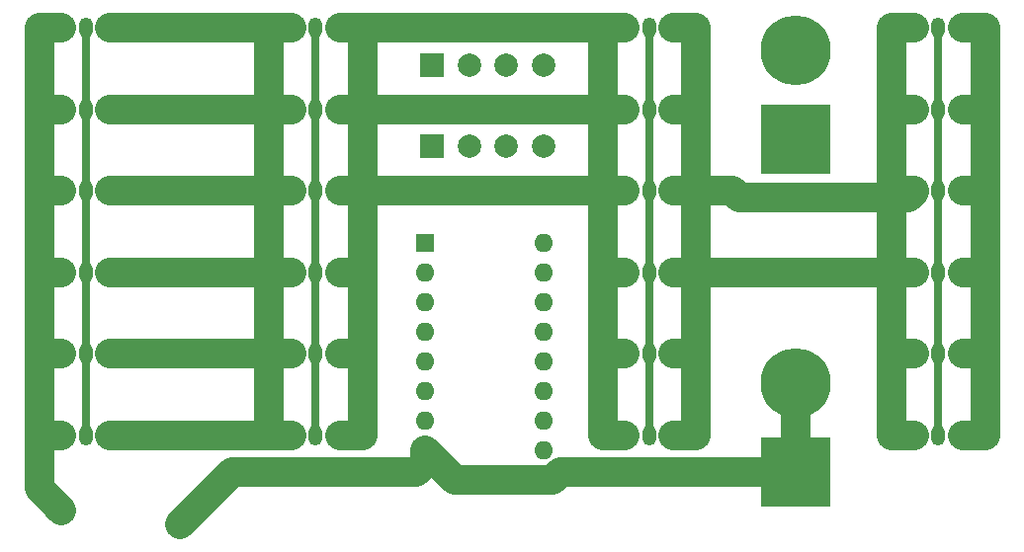
<source format=gbr>
G04 #@! TF.GenerationSoftware,KiCad,Pcbnew,(5.1.5)-3*
G04 #@! TF.CreationDate,2020-07-24T15:51:42-07:00*
G04 #@! TF.ProjectId,DSABATLI1,44534142-4154-44c4-9931-2e6b69636164,rev?*
G04 #@! TF.SameCoordinates,Original*
G04 #@! TF.FileFunction,Copper,L2,Bot*
G04 #@! TF.FilePolarity,Positive*
%FSLAX46Y46*%
G04 Gerber Fmt 4.6, Leading zero omitted, Abs format (unit mm)*
G04 Created by KiCad (PCBNEW (5.1.5)-3) date 2020-07-24 15:51:42*
%MOMM*%
%LPD*%
G04 APERTURE LIST*
%ADD10C,1.998980*%
%ADD11R,1.998980X1.998980*%
%ADD12O,1.600000X1.600000*%
%ADD13R,1.600000X1.600000*%
%ADD14C,2.010000*%
%ADD15C,5.999480*%
%ADD16R,5.999480X5.999480*%
%ADD17O,1.200000X1.750000*%
%ADD18C,0.100000*%
%ADD19C,2.540000*%
%ADD20C,0.635000*%
G04 APERTURE END LIST*
D10*
X155575000Y-95250000D03*
X152400000Y-95250000D03*
X149225000Y-95250000D03*
D11*
X146050000Y-95250000D03*
D10*
X155575000Y-88265000D03*
X152400000Y-88265000D03*
X149225000Y-88265000D03*
D11*
X146050000Y-88265000D03*
D12*
X155575000Y-103505000D03*
X145415000Y-121285000D03*
X155575000Y-106045000D03*
X145415000Y-118745000D03*
X155575000Y-108585000D03*
X145415000Y-116205000D03*
X155575000Y-111125000D03*
X145415000Y-113665000D03*
X155575000Y-113665000D03*
X145415000Y-111125000D03*
X155575000Y-116205000D03*
X145415000Y-108585000D03*
X155575000Y-118745000D03*
X145415000Y-106045000D03*
X155575000Y-121285000D03*
D13*
X145415000Y-103505000D03*
D14*
X114260000Y-126435000D03*
X124460000Y-127635000D03*
D15*
X177165000Y-86995000D03*
D16*
X177165000Y-94615000D03*
D15*
X177165000Y-115570000D03*
D16*
X177165000Y-123190000D03*
D17*
X193420000Y-85090000D03*
X191420000Y-85090000D03*
X189420000Y-85090000D03*
X187420000Y-85090000D03*
G04 #@! TA.AperFunction,ComponentPad*
D18*
G36*
X185794505Y-84216204D02*
G01*
X185818773Y-84219804D01*
X185842572Y-84225765D01*
X185865671Y-84234030D01*
X185887850Y-84244520D01*
X185908893Y-84257132D01*
X185928599Y-84271747D01*
X185946777Y-84288223D01*
X185963253Y-84306401D01*
X185977868Y-84326107D01*
X185990480Y-84347150D01*
X186000970Y-84369329D01*
X186009235Y-84392428D01*
X186015196Y-84416227D01*
X186018796Y-84440495D01*
X186020000Y-84464999D01*
X186020000Y-85715001D01*
X186018796Y-85739505D01*
X186015196Y-85763773D01*
X186009235Y-85787572D01*
X186000970Y-85810671D01*
X185990480Y-85832850D01*
X185977868Y-85853893D01*
X185963253Y-85873599D01*
X185946777Y-85891777D01*
X185928599Y-85908253D01*
X185908893Y-85922868D01*
X185887850Y-85935480D01*
X185865671Y-85945970D01*
X185842572Y-85954235D01*
X185818773Y-85960196D01*
X185794505Y-85963796D01*
X185770001Y-85965000D01*
X185069999Y-85965000D01*
X185045495Y-85963796D01*
X185021227Y-85960196D01*
X184997428Y-85954235D01*
X184974329Y-85945970D01*
X184952150Y-85935480D01*
X184931107Y-85922868D01*
X184911401Y-85908253D01*
X184893223Y-85891777D01*
X184876747Y-85873599D01*
X184862132Y-85853893D01*
X184849520Y-85832850D01*
X184839030Y-85810671D01*
X184830765Y-85787572D01*
X184824804Y-85763773D01*
X184821204Y-85739505D01*
X184820000Y-85715001D01*
X184820000Y-84464999D01*
X184821204Y-84440495D01*
X184824804Y-84416227D01*
X184830765Y-84392428D01*
X184839030Y-84369329D01*
X184849520Y-84347150D01*
X184862132Y-84326107D01*
X184876747Y-84306401D01*
X184893223Y-84288223D01*
X184911401Y-84271747D01*
X184931107Y-84257132D01*
X184952150Y-84244520D01*
X184974329Y-84234030D01*
X184997428Y-84225765D01*
X185021227Y-84219804D01*
X185045495Y-84216204D01*
X185069999Y-84215000D01*
X185770001Y-84215000D01*
X185794505Y-84216204D01*
G37*
G04 #@! TD.AperFunction*
D17*
X193420000Y-92075000D03*
X191420000Y-92075000D03*
X189420000Y-92075000D03*
X187420000Y-92075000D03*
G04 #@! TA.AperFunction,ComponentPad*
D18*
G36*
X185794505Y-91201204D02*
G01*
X185818773Y-91204804D01*
X185842572Y-91210765D01*
X185865671Y-91219030D01*
X185887850Y-91229520D01*
X185908893Y-91242132D01*
X185928599Y-91256747D01*
X185946777Y-91273223D01*
X185963253Y-91291401D01*
X185977868Y-91311107D01*
X185990480Y-91332150D01*
X186000970Y-91354329D01*
X186009235Y-91377428D01*
X186015196Y-91401227D01*
X186018796Y-91425495D01*
X186020000Y-91449999D01*
X186020000Y-92700001D01*
X186018796Y-92724505D01*
X186015196Y-92748773D01*
X186009235Y-92772572D01*
X186000970Y-92795671D01*
X185990480Y-92817850D01*
X185977868Y-92838893D01*
X185963253Y-92858599D01*
X185946777Y-92876777D01*
X185928599Y-92893253D01*
X185908893Y-92907868D01*
X185887850Y-92920480D01*
X185865671Y-92930970D01*
X185842572Y-92939235D01*
X185818773Y-92945196D01*
X185794505Y-92948796D01*
X185770001Y-92950000D01*
X185069999Y-92950000D01*
X185045495Y-92948796D01*
X185021227Y-92945196D01*
X184997428Y-92939235D01*
X184974329Y-92930970D01*
X184952150Y-92920480D01*
X184931107Y-92907868D01*
X184911401Y-92893253D01*
X184893223Y-92876777D01*
X184876747Y-92858599D01*
X184862132Y-92838893D01*
X184849520Y-92817850D01*
X184839030Y-92795671D01*
X184830765Y-92772572D01*
X184824804Y-92748773D01*
X184821204Y-92724505D01*
X184820000Y-92700001D01*
X184820000Y-91449999D01*
X184821204Y-91425495D01*
X184824804Y-91401227D01*
X184830765Y-91377428D01*
X184839030Y-91354329D01*
X184849520Y-91332150D01*
X184862132Y-91311107D01*
X184876747Y-91291401D01*
X184893223Y-91273223D01*
X184911401Y-91256747D01*
X184931107Y-91242132D01*
X184952150Y-91229520D01*
X184974329Y-91219030D01*
X184997428Y-91210765D01*
X185021227Y-91204804D01*
X185045495Y-91201204D01*
X185069999Y-91200000D01*
X185770001Y-91200000D01*
X185794505Y-91201204D01*
G37*
G04 #@! TD.AperFunction*
D17*
X193420000Y-99060000D03*
X191420000Y-99060000D03*
X189420000Y-99060000D03*
X187420000Y-99060000D03*
G04 #@! TA.AperFunction,ComponentPad*
D18*
G36*
X185794505Y-98186204D02*
G01*
X185818773Y-98189804D01*
X185842572Y-98195765D01*
X185865671Y-98204030D01*
X185887850Y-98214520D01*
X185908893Y-98227132D01*
X185928599Y-98241747D01*
X185946777Y-98258223D01*
X185963253Y-98276401D01*
X185977868Y-98296107D01*
X185990480Y-98317150D01*
X186000970Y-98339329D01*
X186009235Y-98362428D01*
X186015196Y-98386227D01*
X186018796Y-98410495D01*
X186020000Y-98434999D01*
X186020000Y-99685001D01*
X186018796Y-99709505D01*
X186015196Y-99733773D01*
X186009235Y-99757572D01*
X186000970Y-99780671D01*
X185990480Y-99802850D01*
X185977868Y-99823893D01*
X185963253Y-99843599D01*
X185946777Y-99861777D01*
X185928599Y-99878253D01*
X185908893Y-99892868D01*
X185887850Y-99905480D01*
X185865671Y-99915970D01*
X185842572Y-99924235D01*
X185818773Y-99930196D01*
X185794505Y-99933796D01*
X185770001Y-99935000D01*
X185069999Y-99935000D01*
X185045495Y-99933796D01*
X185021227Y-99930196D01*
X184997428Y-99924235D01*
X184974329Y-99915970D01*
X184952150Y-99905480D01*
X184931107Y-99892868D01*
X184911401Y-99878253D01*
X184893223Y-99861777D01*
X184876747Y-99843599D01*
X184862132Y-99823893D01*
X184849520Y-99802850D01*
X184839030Y-99780671D01*
X184830765Y-99757572D01*
X184824804Y-99733773D01*
X184821204Y-99709505D01*
X184820000Y-99685001D01*
X184820000Y-98434999D01*
X184821204Y-98410495D01*
X184824804Y-98386227D01*
X184830765Y-98362428D01*
X184839030Y-98339329D01*
X184849520Y-98317150D01*
X184862132Y-98296107D01*
X184876747Y-98276401D01*
X184893223Y-98258223D01*
X184911401Y-98241747D01*
X184931107Y-98227132D01*
X184952150Y-98214520D01*
X184974329Y-98204030D01*
X184997428Y-98195765D01*
X185021227Y-98189804D01*
X185045495Y-98186204D01*
X185069999Y-98185000D01*
X185770001Y-98185000D01*
X185794505Y-98186204D01*
G37*
G04 #@! TD.AperFunction*
D17*
X193420000Y-106045000D03*
X191420000Y-106045000D03*
X189420000Y-106045000D03*
X187420000Y-106045000D03*
G04 #@! TA.AperFunction,ComponentPad*
D18*
G36*
X185794505Y-105171204D02*
G01*
X185818773Y-105174804D01*
X185842572Y-105180765D01*
X185865671Y-105189030D01*
X185887850Y-105199520D01*
X185908893Y-105212132D01*
X185928599Y-105226747D01*
X185946777Y-105243223D01*
X185963253Y-105261401D01*
X185977868Y-105281107D01*
X185990480Y-105302150D01*
X186000970Y-105324329D01*
X186009235Y-105347428D01*
X186015196Y-105371227D01*
X186018796Y-105395495D01*
X186020000Y-105419999D01*
X186020000Y-106670001D01*
X186018796Y-106694505D01*
X186015196Y-106718773D01*
X186009235Y-106742572D01*
X186000970Y-106765671D01*
X185990480Y-106787850D01*
X185977868Y-106808893D01*
X185963253Y-106828599D01*
X185946777Y-106846777D01*
X185928599Y-106863253D01*
X185908893Y-106877868D01*
X185887850Y-106890480D01*
X185865671Y-106900970D01*
X185842572Y-106909235D01*
X185818773Y-106915196D01*
X185794505Y-106918796D01*
X185770001Y-106920000D01*
X185069999Y-106920000D01*
X185045495Y-106918796D01*
X185021227Y-106915196D01*
X184997428Y-106909235D01*
X184974329Y-106900970D01*
X184952150Y-106890480D01*
X184931107Y-106877868D01*
X184911401Y-106863253D01*
X184893223Y-106846777D01*
X184876747Y-106828599D01*
X184862132Y-106808893D01*
X184849520Y-106787850D01*
X184839030Y-106765671D01*
X184830765Y-106742572D01*
X184824804Y-106718773D01*
X184821204Y-106694505D01*
X184820000Y-106670001D01*
X184820000Y-105419999D01*
X184821204Y-105395495D01*
X184824804Y-105371227D01*
X184830765Y-105347428D01*
X184839030Y-105324329D01*
X184849520Y-105302150D01*
X184862132Y-105281107D01*
X184876747Y-105261401D01*
X184893223Y-105243223D01*
X184911401Y-105226747D01*
X184931107Y-105212132D01*
X184952150Y-105199520D01*
X184974329Y-105189030D01*
X184997428Y-105180765D01*
X185021227Y-105174804D01*
X185045495Y-105171204D01*
X185069999Y-105170000D01*
X185770001Y-105170000D01*
X185794505Y-105171204D01*
G37*
G04 #@! TD.AperFunction*
D17*
X193420000Y-113030000D03*
X191420000Y-113030000D03*
X189420000Y-113030000D03*
X187420000Y-113030000D03*
G04 #@! TA.AperFunction,ComponentPad*
D18*
G36*
X185794505Y-112156204D02*
G01*
X185818773Y-112159804D01*
X185842572Y-112165765D01*
X185865671Y-112174030D01*
X185887850Y-112184520D01*
X185908893Y-112197132D01*
X185928599Y-112211747D01*
X185946777Y-112228223D01*
X185963253Y-112246401D01*
X185977868Y-112266107D01*
X185990480Y-112287150D01*
X186000970Y-112309329D01*
X186009235Y-112332428D01*
X186015196Y-112356227D01*
X186018796Y-112380495D01*
X186020000Y-112404999D01*
X186020000Y-113655001D01*
X186018796Y-113679505D01*
X186015196Y-113703773D01*
X186009235Y-113727572D01*
X186000970Y-113750671D01*
X185990480Y-113772850D01*
X185977868Y-113793893D01*
X185963253Y-113813599D01*
X185946777Y-113831777D01*
X185928599Y-113848253D01*
X185908893Y-113862868D01*
X185887850Y-113875480D01*
X185865671Y-113885970D01*
X185842572Y-113894235D01*
X185818773Y-113900196D01*
X185794505Y-113903796D01*
X185770001Y-113905000D01*
X185069999Y-113905000D01*
X185045495Y-113903796D01*
X185021227Y-113900196D01*
X184997428Y-113894235D01*
X184974329Y-113885970D01*
X184952150Y-113875480D01*
X184931107Y-113862868D01*
X184911401Y-113848253D01*
X184893223Y-113831777D01*
X184876747Y-113813599D01*
X184862132Y-113793893D01*
X184849520Y-113772850D01*
X184839030Y-113750671D01*
X184830765Y-113727572D01*
X184824804Y-113703773D01*
X184821204Y-113679505D01*
X184820000Y-113655001D01*
X184820000Y-112404999D01*
X184821204Y-112380495D01*
X184824804Y-112356227D01*
X184830765Y-112332428D01*
X184839030Y-112309329D01*
X184849520Y-112287150D01*
X184862132Y-112266107D01*
X184876747Y-112246401D01*
X184893223Y-112228223D01*
X184911401Y-112211747D01*
X184931107Y-112197132D01*
X184952150Y-112184520D01*
X184974329Y-112174030D01*
X184997428Y-112165765D01*
X185021227Y-112159804D01*
X185045495Y-112156204D01*
X185069999Y-112155000D01*
X185770001Y-112155000D01*
X185794505Y-112156204D01*
G37*
G04 #@! TD.AperFunction*
D17*
X193420000Y-120015000D03*
X191420000Y-120015000D03*
X189420000Y-120015000D03*
X187420000Y-120015000D03*
G04 #@! TA.AperFunction,ComponentPad*
D18*
G36*
X185794505Y-119141204D02*
G01*
X185818773Y-119144804D01*
X185842572Y-119150765D01*
X185865671Y-119159030D01*
X185887850Y-119169520D01*
X185908893Y-119182132D01*
X185928599Y-119196747D01*
X185946777Y-119213223D01*
X185963253Y-119231401D01*
X185977868Y-119251107D01*
X185990480Y-119272150D01*
X186000970Y-119294329D01*
X186009235Y-119317428D01*
X186015196Y-119341227D01*
X186018796Y-119365495D01*
X186020000Y-119389999D01*
X186020000Y-120640001D01*
X186018796Y-120664505D01*
X186015196Y-120688773D01*
X186009235Y-120712572D01*
X186000970Y-120735671D01*
X185990480Y-120757850D01*
X185977868Y-120778893D01*
X185963253Y-120798599D01*
X185946777Y-120816777D01*
X185928599Y-120833253D01*
X185908893Y-120847868D01*
X185887850Y-120860480D01*
X185865671Y-120870970D01*
X185842572Y-120879235D01*
X185818773Y-120885196D01*
X185794505Y-120888796D01*
X185770001Y-120890000D01*
X185069999Y-120890000D01*
X185045495Y-120888796D01*
X185021227Y-120885196D01*
X184997428Y-120879235D01*
X184974329Y-120870970D01*
X184952150Y-120860480D01*
X184931107Y-120847868D01*
X184911401Y-120833253D01*
X184893223Y-120816777D01*
X184876747Y-120798599D01*
X184862132Y-120778893D01*
X184849520Y-120757850D01*
X184839030Y-120735671D01*
X184830765Y-120712572D01*
X184824804Y-120688773D01*
X184821204Y-120664505D01*
X184820000Y-120640001D01*
X184820000Y-119389999D01*
X184821204Y-119365495D01*
X184824804Y-119341227D01*
X184830765Y-119317428D01*
X184839030Y-119294329D01*
X184849520Y-119272150D01*
X184862132Y-119251107D01*
X184876747Y-119231401D01*
X184893223Y-119213223D01*
X184911401Y-119196747D01*
X184931107Y-119182132D01*
X184952150Y-119169520D01*
X184974329Y-119159030D01*
X184997428Y-119150765D01*
X185021227Y-119144804D01*
X185045495Y-119141204D01*
X185069999Y-119140000D01*
X185770001Y-119140000D01*
X185794505Y-119141204D01*
G37*
G04 #@! TD.AperFunction*
D17*
X168655000Y-85090000D03*
X166655000Y-85090000D03*
X164655000Y-85090000D03*
X162655000Y-85090000D03*
G04 #@! TA.AperFunction,ComponentPad*
D18*
G36*
X161029505Y-84216204D02*
G01*
X161053773Y-84219804D01*
X161077572Y-84225765D01*
X161100671Y-84234030D01*
X161122850Y-84244520D01*
X161143893Y-84257132D01*
X161163599Y-84271747D01*
X161181777Y-84288223D01*
X161198253Y-84306401D01*
X161212868Y-84326107D01*
X161225480Y-84347150D01*
X161235970Y-84369329D01*
X161244235Y-84392428D01*
X161250196Y-84416227D01*
X161253796Y-84440495D01*
X161255000Y-84464999D01*
X161255000Y-85715001D01*
X161253796Y-85739505D01*
X161250196Y-85763773D01*
X161244235Y-85787572D01*
X161235970Y-85810671D01*
X161225480Y-85832850D01*
X161212868Y-85853893D01*
X161198253Y-85873599D01*
X161181777Y-85891777D01*
X161163599Y-85908253D01*
X161143893Y-85922868D01*
X161122850Y-85935480D01*
X161100671Y-85945970D01*
X161077572Y-85954235D01*
X161053773Y-85960196D01*
X161029505Y-85963796D01*
X161005001Y-85965000D01*
X160304999Y-85965000D01*
X160280495Y-85963796D01*
X160256227Y-85960196D01*
X160232428Y-85954235D01*
X160209329Y-85945970D01*
X160187150Y-85935480D01*
X160166107Y-85922868D01*
X160146401Y-85908253D01*
X160128223Y-85891777D01*
X160111747Y-85873599D01*
X160097132Y-85853893D01*
X160084520Y-85832850D01*
X160074030Y-85810671D01*
X160065765Y-85787572D01*
X160059804Y-85763773D01*
X160056204Y-85739505D01*
X160055000Y-85715001D01*
X160055000Y-84464999D01*
X160056204Y-84440495D01*
X160059804Y-84416227D01*
X160065765Y-84392428D01*
X160074030Y-84369329D01*
X160084520Y-84347150D01*
X160097132Y-84326107D01*
X160111747Y-84306401D01*
X160128223Y-84288223D01*
X160146401Y-84271747D01*
X160166107Y-84257132D01*
X160187150Y-84244520D01*
X160209329Y-84234030D01*
X160232428Y-84225765D01*
X160256227Y-84219804D01*
X160280495Y-84216204D01*
X160304999Y-84215000D01*
X161005001Y-84215000D01*
X161029505Y-84216204D01*
G37*
G04 #@! TD.AperFunction*
D17*
X168655000Y-92075000D03*
X166655000Y-92075000D03*
X164655000Y-92075000D03*
X162655000Y-92075000D03*
G04 #@! TA.AperFunction,ComponentPad*
D18*
G36*
X161029505Y-91201204D02*
G01*
X161053773Y-91204804D01*
X161077572Y-91210765D01*
X161100671Y-91219030D01*
X161122850Y-91229520D01*
X161143893Y-91242132D01*
X161163599Y-91256747D01*
X161181777Y-91273223D01*
X161198253Y-91291401D01*
X161212868Y-91311107D01*
X161225480Y-91332150D01*
X161235970Y-91354329D01*
X161244235Y-91377428D01*
X161250196Y-91401227D01*
X161253796Y-91425495D01*
X161255000Y-91449999D01*
X161255000Y-92700001D01*
X161253796Y-92724505D01*
X161250196Y-92748773D01*
X161244235Y-92772572D01*
X161235970Y-92795671D01*
X161225480Y-92817850D01*
X161212868Y-92838893D01*
X161198253Y-92858599D01*
X161181777Y-92876777D01*
X161163599Y-92893253D01*
X161143893Y-92907868D01*
X161122850Y-92920480D01*
X161100671Y-92930970D01*
X161077572Y-92939235D01*
X161053773Y-92945196D01*
X161029505Y-92948796D01*
X161005001Y-92950000D01*
X160304999Y-92950000D01*
X160280495Y-92948796D01*
X160256227Y-92945196D01*
X160232428Y-92939235D01*
X160209329Y-92930970D01*
X160187150Y-92920480D01*
X160166107Y-92907868D01*
X160146401Y-92893253D01*
X160128223Y-92876777D01*
X160111747Y-92858599D01*
X160097132Y-92838893D01*
X160084520Y-92817850D01*
X160074030Y-92795671D01*
X160065765Y-92772572D01*
X160059804Y-92748773D01*
X160056204Y-92724505D01*
X160055000Y-92700001D01*
X160055000Y-91449999D01*
X160056204Y-91425495D01*
X160059804Y-91401227D01*
X160065765Y-91377428D01*
X160074030Y-91354329D01*
X160084520Y-91332150D01*
X160097132Y-91311107D01*
X160111747Y-91291401D01*
X160128223Y-91273223D01*
X160146401Y-91256747D01*
X160166107Y-91242132D01*
X160187150Y-91229520D01*
X160209329Y-91219030D01*
X160232428Y-91210765D01*
X160256227Y-91204804D01*
X160280495Y-91201204D01*
X160304999Y-91200000D01*
X161005001Y-91200000D01*
X161029505Y-91201204D01*
G37*
G04 #@! TD.AperFunction*
D17*
X168655000Y-99060000D03*
X166655000Y-99060000D03*
X164655000Y-99060000D03*
X162655000Y-99060000D03*
G04 #@! TA.AperFunction,ComponentPad*
D18*
G36*
X161029505Y-98186204D02*
G01*
X161053773Y-98189804D01*
X161077572Y-98195765D01*
X161100671Y-98204030D01*
X161122850Y-98214520D01*
X161143893Y-98227132D01*
X161163599Y-98241747D01*
X161181777Y-98258223D01*
X161198253Y-98276401D01*
X161212868Y-98296107D01*
X161225480Y-98317150D01*
X161235970Y-98339329D01*
X161244235Y-98362428D01*
X161250196Y-98386227D01*
X161253796Y-98410495D01*
X161255000Y-98434999D01*
X161255000Y-99685001D01*
X161253796Y-99709505D01*
X161250196Y-99733773D01*
X161244235Y-99757572D01*
X161235970Y-99780671D01*
X161225480Y-99802850D01*
X161212868Y-99823893D01*
X161198253Y-99843599D01*
X161181777Y-99861777D01*
X161163599Y-99878253D01*
X161143893Y-99892868D01*
X161122850Y-99905480D01*
X161100671Y-99915970D01*
X161077572Y-99924235D01*
X161053773Y-99930196D01*
X161029505Y-99933796D01*
X161005001Y-99935000D01*
X160304999Y-99935000D01*
X160280495Y-99933796D01*
X160256227Y-99930196D01*
X160232428Y-99924235D01*
X160209329Y-99915970D01*
X160187150Y-99905480D01*
X160166107Y-99892868D01*
X160146401Y-99878253D01*
X160128223Y-99861777D01*
X160111747Y-99843599D01*
X160097132Y-99823893D01*
X160084520Y-99802850D01*
X160074030Y-99780671D01*
X160065765Y-99757572D01*
X160059804Y-99733773D01*
X160056204Y-99709505D01*
X160055000Y-99685001D01*
X160055000Y-98434999D01*
X160056204Y-98410495D01*
X160059804Y-98386227D01*
X160065765Y-98362428D01*
X160074030Y-98339329D01*
X160084520Y-98317150D01*
X160097132Y-98296107D01*
X160111747Y-98276401D01*
X160128223Y-98258223D01*
X160146401Y-98241747D01*
X160166107Y-98227132D01*
X160187150Y-98214520D01*
X160209329Y-98204030D01*
X160232428Y-98195765D01*
X160256227Y-98189804D01*
X160280495Y-98186204D01*
X160304999Y-98185000D01*
X161005001Y-98185000D01*
X161029505Y-98186204D01*
G37*
G04 #@! TD.AperFunction*
D17*
X168655000Y-106045000D03*
X166655000Y-106045000D03*
X164655000Y-106045000D03*
X162655000Y-106045000D03*
G04 #@! TA.AperFunction,ComponentPad*
D18*
G36*
X161029505Y-105171204D02*
G01*
X161053773Y-105174804D01*
X161077572Y-105180765D01*
X161100671Y-105189030D01*
X161122850Y-105199520D01*
X161143893Y-105212132D01*
X161163599Y-105226747D01*
X161181777Y-105243223D01*
X161198253Y-105261401D01*
X161212868Y-105281107D01*
X161225480Y-105302150D01*
X161235970Y-105324329D01*
X161244235Y-105347428D01*
X161250196Y-105371227D01*
X161253796Y-105395495D01*
X161255000Y-105419999D01*
X161255000Y-106670001D01*
X161253796Y-106694505D01*
X161250196Y-106718773D01*
X161244235Y-106742572D01*
X161235970Y-106765671D01*
X161225480Y-106787850D01*
X161212868Y-106808893D01*
X161198253Y-106828599D01*
X161181777Y-106846777D01*
X161163599Y-106863253D01*
X161143893Y-106877868D01*
X161122850Y-106890480D01*
X161100671Y-106900970D01*
X161077572Y-106909235D01*
X161053773Y-106915196D01*
X161029505Y-106918796D01*
X161005001Y-106920000D01*
X160304999Y-106920000D01*
X160280495Y-106918796D01*
X160256227Y-106915196D01*
X160232428Y-106909235D01*
X160209329Y-106900970D01*
X160187150Y-106890480D01*
X160166107Y-106877868D01*
X160146401Y-106863253D01*
X160128223Y-106846777D01*
X160111747Y-106828599D01*
X160097132Y-106808893D01*
X160084520Y-106787850D01*
X160074030Y-106765671D01*
X160065765Y-106742572D01*
X160059804Y-106718773D01*
X160056204Y-106694505D01*
X160055000Y-106670001D01*
X160055000Y-105419999D01*
X160056204Y-105395495D01*
X160059804Y-105371227D01*
X160065765Y-105347428D01*
X160074030Y-105324329D01*
X160084520Y-105302150D01*
X160097132Y-105281107D01*
X160111747Y-105261401D01*
X160128223Y-105243223D01*
X160146401Y-105226747D01*
X160166107Y-105212132D01*
X160187150Y-105199520D01*
X160209329Y-105189030D01*
X160232428Y-105180765D01*
X160256227Y-105174804D01*
X160280495Y-105171204D01*
X160304999Y-105170000D01*
X161005001Y-105170000D01*
X161029505Y-105171204D01*
G37*
G04 #@! TD.AperFunction*
D17*
X168655000Y-113030000D03*
X166655000Y-113030000D03*
X164655000Y-113030000D03*
X162655000Y-113030000D03*
G04 #@! TA.AperFunction,ComponentPad*
D18*
G36*
X161029505Y-112156204D02*
G01*
X161053773Y-112159804D01*
X161077572Y-112165765D01*
X161100671Y-112174030D01*
X161122850Y-112184520D01*
X161143893Y-112197132D01*
X161163599Y-112211747D01*
X161181777Y-112228223D01*
X161198253Y-112246401D01*
X161212868Y-112266107D01*
X161225480Y-112287150D01*
X161235970Y-112309329D01*
X161244235Y-112332428D01*
X161250196Y-112356227D01*
X161253796Y-112380495D01*
X161255000Y-112404999D01*
X161255000Y-113655001D01*
X161253796Y-113679505D01*
X161250196Y-113703773D01*
X161244235Y-113727572D01*
X161235970Y-113750671D01*
X161225480Y-113772850D01*
X161212868Y-113793893D01*
X161198253Y-113813599D01*
X161181777Y-113831777D01*
X161163599Y-113848253D01*
X161143893Y-113862868D01*
X161122850Y-113875480D01*
X161100671Y-113885970D01*
X161077572Y-113894235D01*
X161053773Y-113900196D01*
X161029505Y-113903796D01*
X161005001Y-113905000D01*
X160304999Y-113905000D01*
X160280495Y-113903796D01*
X160256227Y-113900196D01*
X160232428Y-113894235D01*
X160209329Y-113885970D01*
X160187150Y-113875480D01*
X160166107Y-113862868D01*
X160146401Y-113848253D01*
X160128223Y-113831777D01*
X160111747Y-113813599D01*
X160097132Y-113793893D01*
X160084520Y-113772850D01*
X160074030Y-113750671D01*
X160065765Y-113727572D01*
X160059804Y-113703773D01*
X160056204Y-113679505D01*
X160055000Y-113655001D01*
X160055000Y-112404999D01*
X160056204Y-112380495D01*
X160059804Y-112356227D01*
X160065765Y-112332428D01*
X160074030Y-112309329D01*
X160084520Y-112287150D01*
X160097132Y-112266107D01*
X160111747Y-112246401D01*
X160128223Y-112228223D01*
X160146401Y-112211747D01*
X160166107Y-112197132D01*
X160187150Y-112184520D01*
X160209329Y-112174030D01*
X160232428Y-112165765D01*
X160256227Y-112159804D01*
X160280495Y-112156204D01*
X160304999Y-112155000D01*
X161005001Y-112155000D01*
X161029505Y-112156204D01*
G37*
G04 #@! TD.AperFunction*
D17*
X168655000Y-120015000D03*
X166655000Y-120015000D03*
X164655000Y-120015000D03*
X162655000Y-120015000D03*
G04 #@! TA.AperFunction,ComponentPad*
D18*
G36*
X161029505Y-119141204D02*
G01*
X161053773Y-119144804D01*
X161077572Y-119150765D01*
X161100671Y-119159030D01*
X161122850Y-119169520D01*
X161143893Y-119182132D01*
X161163599Y-119196747D01*
X161181777Y-119213223D01*
X161198253Y-119231401D01*
X161212868Y-119251107D01*
X161225480Y-119272150D01*
X161235970Y-119294329D01*
X161244235Y-119317428D01*
X161250196Y-119341227D01*
X161253796Y-119365495D01*
X161255000Y-119389999D01*
X161255000Y-120640001D01*
X161253796Y-120664505D01*
X161250196Y-120688773D01*
X161244235Y-120712572D01*
X161235970Y-120735671D01*
X161225480Y-120757850D01*
X161212868Y-120778893D01*
X161198253Y-120798599D01*
X161181777Y-120816777D01*
X161163599Y-120833253D01*
X161143893Y-120847868D01*
X161122850Y-120860480D01*
X161100671Y-120870970D01*
X161077572Y-120879235D01*
X161053773Y-120885196D01*
X161029505Y-120888796D01*
X161005001Y-120890000D01*
X160304999Y-120890000D01*
X160280495Y-120888796D01*
X160256227Y-120885196D01*
X160232428Y-120879235D01*
X160209329Y-120870970D01*
X160187150Y-120860480D01*
X160166107Y-120847868D01*
X160146401Y-120833253D01*
X160128223Y-120816777D01*
X160111747Y-120798599D01*
X160097132Y-120778893D01*
X160084520Y-120757850D01*
X160074030Y-120735671D01*
X160065765Y-120712572D01*
X160059804Y-120688773D01*
X160056204Y-120664505D01*
X160055000Y-120640001D01*
X160055000Y-119389999D01*
X160056204Y-119365495D01*
X160059804Y-119341227D01*
X160065765Y-119317428D01*
X160074030Y-119294329D01*
X160084520Y-119272150D01*
X160097132Y-119251107D01*
X160111747Y-119231401D01*
X160128223Y-119213223D01*
X160146401Y-119196747D01*
X160166107Y-119182132D01*
X160187150Y-119169520D01*
X160209329Y-119159030D01*
X160232428Y-119150765D01*
X160256227Y-119144804D01*
X160280495Y-119141204D01*
X160304999Y-119140000D01*
X161005001Y-119140000D01*
X161029505Y-119141204D01*
G37*
G04 #@! TD.AperFunction*
D17*
X140080000Y-85090000D03*
X138080000Y-85090000D03*
X136080000Y-85090000D03*
X134080000Y-85090000D03*
G04 #@! TA.AperFunction,ComponentPad*
D18*
G36*
X132454505Y-84216204D02*
G01*
X132478773Y-84219804D01*
X132502572Y-84225765D01*
X132525671Y-84234030D01*
X132547850Y-84244520D01*
X132568893Y-84257132D01*
X132588599Y-84271747D01*
X132606777Y-84288223D01*
X132623253Y-84306401D01*
X132637868Y-84326107D01*
X132650480Y-84347150D01*
X132660970Y-84369329D01*
X132669235Y-84392428D01*
X132675196Y-84416227D01*
X132678796Y-84440495D01*
X132680000Y-84464999D01*
X132680000Y-85715001D01*
X132678796Y-85739505D01*
X132675196Y-85763773D01*
X132669235Y-85787572D01*
X132660970Y-85810671D01*
X132650480Y-85832850D01*
X132637868Y-85853893D01*
X132623253Y-85873599D01*
X132606777Y-85891777D01*
X132588599Y-85908253D01*
X132568893Y-85922868D01*
X132547850Y-85935480D01*
X132525671Y-85945970D01*
X132502572Y-85954235D01*
X132478773Y-85960196D01*
X132454505Y-85963796D01*
X132430001Y-85965000D01*
X131729999Y-85965000D01*
X131705495Y-85963796D01*
X131681227Y-85960196D01*
X131657428Y-85954235D01*
X131634329Y-85945970D01*
X131612150Y-85935480D01*
X131591107Y-85922868D01*
X131571401Y-85908253D01*
X131553223Y-85891777D01*
X131536747Y-85873599D01*
X131522132Y-85853893D01*
X131509520Y-85832850D01*
X131499030Y-85810671D01*
X131490765Y-85787572D01*
X131484804Y-85763773D01*
X131481204Y-85739505D01*
X131480000Y-85715001D01*
X131480000Y-84464999D01*
X131481204Y-84440495D01*
X131484804Y-84416227D01*
X131490765Y-84392428D01*
X131499030Y-84369329D01*
X131509520Y-84347150D01*
X131522132Y-84326107D01*
X131536747Y-84306401D01*
X131553223Y-84288223D01*
X131571401Y-84271747D01*
X131591107Y-84257132D01*
X131612150Y-84244520D01*
X131634329Y-84234030D01*
X131657428Y-84225765D01*
X131681227Y-84219804D01*
X131705495Y-84216204D01*
X131729999Y-84215000D01*
X132430001Y-84215000D01*
X132454505Y-84216204D01*
G37*
G04 #@! TD.AperFunction*
D17*
X140080000Y-92075000D03*
X138080000Y-92075000D03*
X136080000Y-92075000D03*
X134080000Y-92075000D03*
G04 #@! TA.AperFunction,ComponentPad*
D18*
G36*
X132454505Y-91201204D02*
G01*
X132478773Y-91204804D01*
X132502572Y-91210765D01*
X132525671Y-91219030D01*
X132547850Y-91229520D01*
X132568893Y-91242132D01*
X132588599Y-91256747D01*
X132606777Y-91273223D01*
X132623253Y-91291401D01*
X132637868Y-91311107D01*
X132650480Y-91332150D01*
X132660970Y-91354329D01*
X132669235Y-91377428D01*
X132675196Y-91401227D01*
X132678796Y-91425495D01*
X132680000Y-91449999D01*
X132680000Y-92700001D01*
X132678796Y-92724505D01*
X132675196Y-92748773D01*
X132669235Y-92772572D01*
X132660970Y-92795671D01*
X132650480Y-92817850D01*
X132637868Y-92838893D01*
X132623253Y-92858599D01*
X132606777Y-92876777D01*
X132588599Y-92893253D01*
X132568893Y-92907868D01*
X132547850Y-92920480D01*
X132525671Y-92930970D01*
X132502572Y-92939235D01*
X132478773Y-92945196D01*
X132454505Y-92948796D01*
X132430001Y-92950000D01*
X131729999Y-92950000D01*
X131705495Y-92948796D01*
X131681227Y-92945196D01*
X131657428Y-92939235D01*
X131634329Y-92930970D01*
X131612150Y-92920480D01*
X131591107Y-92907868D01*
X131571401Y-92893253D01*
X131553223Y-92876777D01*
X131536747Y-92858599D01*
X131522132Y-92838893D01*
X131509520Y-92817850D01*
X131499030Y-92795671D01*
X131490765Y-92772572D01*
X131484804Y-92748773D01*
X131481204Y-92724505D01*
X131480000Y-92700001D01*
X131480000Y-91449999D01*
X131481204Y-91425495D01*
X131484804Y-91401227D01*
X131490765Y-91377428D01*
X131499030Y-91354329D01*
X131509520Y-91332150D01*
X131522132Y-91311107D01*
X131536747Y-91291401D01*
X131553223Y-91273223D01*
X131571401Y-91256747D01*
X131591107Y-91242132D01*
X131612150Y-91229520D01*
X131634329Y-91219030D01*
X131657428Y-91210765D01*
X131681227Y-91204804D01*
X131705495Y-91201204D01*
X131729999Y-91200000D01*
X132430001Y-91200000D01*
X132454505Y-91201204D01*
G37*
G04 #@! TD.AperFunction*
D17*
X140080000Y-99060000D03*
X138080000Y-99060000D03*
X136080000Y-99060000D03*
X134080000Y-99060000D03*
G04 #@! TA.AperFunction,ComponentPad*
D18*
G36*
X132454505Y-98186204D02*
G01*
X132478773Y-98189804D01*
X132502572Y-98195765D01*
X132525671Y-98204030D01*
X132547850Y-98214520D01*
X132568893Y-98227132D01*
X132588599Y-98241747D01*
X132606777Y-98258223D01*
X132623253Y-98276401D01*
X132637868Y-98296107D01*
X132650480Y-98317150D01*
X132660970Y-98339329D01*
X132669235Y-98362428D01*
X132675196Y-98386227D01*
X132678796Y-98410495D01*
X132680000Y-98434999D01*
X132680000Y-99685001D01*
X132678796Y-99709505D01*
X132675196Y-99733773D01*
X132669235Y-99757572D01*
X132660970Y-99780671D01*
X132650480Y-99802850D01*
X132637868Y-99823893D01*
X132623253Y-99843599D01*
X132606777Y-99861777D01*
X132588599Y-99878253D01*
X132568893Y-99892868D01*
X132547850Y-99905480D01*
X132525671Y-99915970D01*
X132502572Y-99924235D01*
X132478773Y-99930196D01*
X132454505Y-99933796D01*
X132430001Y-99935000D01*
X131729999Y-99935000D01*
X131705495Y-99933796D01*
X131681227Y-99930196D01*
X131657428Y-99924235D01*
X131634329Y-99915970D01*
X131612150Y-99905480D01*
X131591107Y-99892868D01*
X131571401Y-99878253D01*
X131553223Y-99861777D01*
X131536747Y-99843599D01*
X131522132Y-99823893D01*
X131509520Y-99802850D01*
X131499030Y-99780671D01*
X131490765Y-99757572D01*
X131484804Y-99733773D01*
X131481204Y-99709505D01*
X131480000Y-99685001D01*
X131480000Y-98434999D01*
X131481204Y-98410495D01*
X131484804Y-98386227D01*
X131490765Y-98362428D01*
X131499030Y-98339329D01*
X131509520Y-98317150D01*
X131522132Y-98296107D01*
X131536747Y-98276401D01*
X131553223Y-98258223D01*
X131571401Y-98241747D01*
X131591107Y-98227132D01*
X131612150Y-98214520D01*
X131634329Y-98204030D01*
X131657428Y-98195765D01*
X131681227Y-98189804D01*
X131705495Y-98186204D01*
X131729999Y-98185000D01*
X132430001Y-98185000D01*
X132454505Y-98186204D01*
G37*
G04 #@! TD.AperFunction*
D17*
X140080000Y-106045000D03*
X138080000Y-106045000D03*
X136080000Y-106045000D03*
X134080000Y-106045000D03*
G04 #@! TA.AperFunction,ComponentPad*
D18*
G36*
X132454505Y-105171204D02*
G01*
X132478773Y-105174804D01*
X132502572Y-105180765D01*
X132525671Y-105189030D01*
X132547850Y-105199520D01*
X132568893Y-105212132D01*
X132588599Y-105226747D01*
X132606777Y-105243223D01*
X132623253Y-105261401D01*
X132637868Y-105281107D01*
X132650480Y-105302150D01*
X132660970Y-105324329D01*
X132669235Y-105347428D01*
X132675196Y-105371227D01*
X132678796Y-105395495D01*
X132680000Y-105419999D01*
X132680000Y-106670001D01*
X132678796Y-106694505D01*
X132675196Y-106718773D01*
X132669235Y-106742572D01*
X132660970Y-106765671D01*
X132650480Y-106787850D01*
X132637868Y-106808893D01*
X132623253Y-106828599D01*
X132606777Y-106846777D01*
X132588599Y-106863253D01*
X132568893Y-106877868D01*
X132547850Y-106890480D01*
X132525671Y-106900970D01*
X132502572Y-106909235D01*
X132478773Y-106915196D01*
X132454505Y-106918796D01*
X132430001Y-106920000D01*
X131729999Y-106920000D01*
X131705495Y-106918796D01*
X131681227Y-106915196D01*
X131657428Y-106909235D01*
X131634329Y-106900970D01*
X131612150Y-106890480D01*
X131591107Y-106877868D01*
X131571401Y-106863253D01*
X131553223Y-106846777D01*
X131536747Y-106828599D01*
X131522132Y-106808893D01*
X131509520Y-106787850D01*
X131499030Y-106765671D01*
X131490765Y-106742572D01*
X131484804Y-106718773D01*
X131481204Y-106694505D01*
X131480000Y-106670001D01*
X131480000Y-105419999D01*
X131481204Y-105395495D01*
X131484804Y-105371227D01*
X131490765Y-105347428D01*
X131499030Y-105324329D01*
X131509520Y-105302150D01*
X131522132Y-105281107D01*
X131536747Y-105261401D01*
X131553223Y-105243223D01*
X131571401Y-105226747D01*
X131591107Y-105212132D01*
X131612150Y-105199520D01*
X131634329Y-105189030D01*
X131657428Y-105180765D01*
X131681227Y-105174804D01*
X131705495Y-105171204D01*
X131729999Y-105170000D01*
X132430001Y-105170000D01*
X132454505Y-105171204D01*
G37*
G04 #@! TD.AperFunction*
D17*
X140080000Y-113030000D03*
X138080000Y-113030000D03*
X136080000Y-113030000D03*
X134080000Y-113030000D03*
G04 #@! TA.AperFunction,ComponentPad*
D18*
G36*
X132454505Y-112156204D02*
G01*
X132478773Y-112159804D01*
X132502572Y-112165765D01*
X132525671Y-112174030D01*
X132547850Y-112184520D01*
X132568893Y-112197132D01*
X132588599Y-112211747D01*
X132606777Y-112228223D01*
X132623253Y-112246401D01*
X132637868Y-112266107D01*
X132650480Y-112287150D01*
X132660970Y-112309329D01*
X132669235Y-112332428D01*
X132675196Y-112356227D01*
X132678796Y-112380495D01*
X132680000Y-112404999D01*
X132680000Y-113655001D01*
X132678796Y-113679505D01*
X132675196Y-113703773D01*
X132669235Y-113727572D01*
X132660970Y-113750671D01*
X132650480Y-113772850D01*
X132637868Y-113793893D01*
X132623253Y-113813599D01*
X132606777Y-113831777D01*
X132588599Y-113848253D01*
X132568893Y-113862868D01*
X132547850Y-113875480D01*
X132525671Y-113885970D01*
X132502572Y-113894235D01*
X132478773Y-113900196D01*
X132454505Y-113903796D01*
X132430001Y-113905000D01*
X131729999Y-113905000D01*
X131705495Y-113903796D01*
X131681227Y-113900196D01*
X131657428Y-113894235D01*
X131634329Y-113885970D01*
X131612150Y-113875480D01*
X131591107Y-113862868D01*
X131571401Y-113848253D01*
X131553223Y-113831777D01*
X131536747Y-113813599D01*
X131522132Y-113793893D01*
X131509520Y-113772850D01*
X131499030Y-113750671D01*
X131490765Y-113727572D01*
X131484804Y-113703773D01*
X131481204Y-113679505D01*
X131480000Y-113655001D01*
X131480000Y-112404999D01*
X131481204Y-112380495D01*
X131484804Y-112356227D01*
X131490765Y-112332428D01*
X131499030Y-112309329D01*
X131509520Y-112287150D01*
X131522132Y-112266107D01*
X131536747Y-112246401D01*
X131553223Y-112228223D01*
X131571401Y-112211747D01*
X131591107Y-112197132D01*
X131612150Y-112184520D01*
X131634329Y-112174030D01*
X131657428Y-112165765D01*
X131681227Y-112159804D01*
X131705495Y-112156204D01*
X131729999Y-112155000D01*
X132430001Y-112155000D01*
X132454505Y-112156204D01*
G37*
G04 #@! TD.AperFunction*
D17*
X140080000Y-120015000D03*
X138080000Y-120015000D03*
X136080000Y-120015000D03*
X134080000Y-120015000D03*
G04 #@! TA.AperFunction,ComponentPad*
D18*
G36*
X132454505Y-119141204D02*
G01*
X132478773Y-119144804D01*
X132502572Y-119150765D01*
X132525671Y-119159030D01*
X132547850Y-119169520D01*
X132568893Y-119182132D01*
X132588599Y-119196747D01*
X132606777Y-119213223D01*
X132623253Y-119231401D01*
X132637868Y-119251107D01*
X132650480Y-119272150D01*
X132660970Y-119294329D01*
X132669235Y-119317428D01*
X132675196Y-119341227D01*
X132678796Y-119365495D01*
X132680000Y-119389999D01*
X132680000Y-120640001D01*
X132678796Y-120664505D01*
X132675196Y-120688773D01*
X132669235Y-120712572D01*
X132660970Y-120735671D01*
X132650480Y-120757850D01*
X132637868Y-120778893D01*
X132623253Y-120798599D01*
X132606777Y-120816777D01*
X132588599Y-120833253D01*
X132568893Y-120847868D01*
X132547850Y-120860480D01*
X132525671Y-120870970D01*
X132502572Y-120879235D01*
X132478773Y-120885196D01*
X132454505Y-120888796D01*
X132430001Y-120890000D01*
X131729999Y-120890000D01*
X131705495Y-120888796D01*
X131681227Y-120885196D01*
X131657428Y-120879235D01*
X131634329Y-120870970D01*
X131612150Y-120860480D01*
X131591107Y-120847868D01*
X131571401Y-120833253D01*
X131553223Y-120816777D01*
X131536747Y-120798599D01*
X131522132Y-120778893D01*
X131509520Y-120757850D01*
X131499030Y-120735671D01*
X131490765Y-120712572D01*
X131484804Y-120688773D01*
X131481204Y-120664505D01*
X131480000Y-120640001D01*
X131480000Y-119389999D01*
X131481204Y-119365495D01*
X131484804Y-119341227D01*
X131490765Y-119317428D01*
X131499030Y-119294329D01*
X131509520Y-119272150D01*
X131522132Y-119251107D01*
X131536747Y-119231401D01*
X131553223Y-119213223D01*
X131571401Y-119196747D01*
X131591107Y-119182132D01*
X131612150Y-119169520D01*
X131634329Y-119159030D01*
X131657428Y-119150765D01*
X131681227Y-119144804D01*
X131705495Y-119141204D01*
X131729999Y-119140000D01*
X132430001Y-119140000D01*
X132454505Y-119141204D01*
G37*
G04 #@! TD.AperFunction*
D17*
X120395000Y-85090000D03*
X118395000Y-85090000D03*
X116395000Y-85090000D03*
X114395000Y-85090000D03*
G04 #@! TA.AperFunction,ComponentPad*
D18*
G36*
X112769505Y-84216204D02*
G01*
X112793773Y-84219804D01*
X112817572Y-84225765D01*
X112840671Y-84234030D01*
X112862850Y-84244520D01*
X112883893Y-84257132D01*
X112903599Y-84271747D01*
X112921777Y-84288223D01*
X112938253Y-84306401D01*
X112952868Y-84326107D01*
X112965480Y-84347150D01*
X112975970Y-84369329D01*
X112984235Y-84392428D01*
X112990196Y-84416227D01*
X112993796Y-84440495D01*
X112995000Y-84464999D01*
X112995000Y-85715001D01*
X112993796Y-85739505D01*
X112990196Y-85763773D01*
X112984235Y-85787572D01*
X112975970Y-85810671D01*
X112965480Y-85832850D01*
X112952868Y-85853893D01*
X112938253Y-85873599D01*
X112921777Y-85891777D01*
X112903599Y-85908253D01*
X112883893Y-85922868D01*
X112862850Y-85935480D01*
X112840671Y-85945970D01*
X112817572Y-85954235D01*
X112793773Y-85960196D01*
X112769505Y-85963796D01*
X112745001Y-85965000D01*
X112044999Y-85965000D01*
X112020495Y-85963796D01*
X111996227Y-85960196D01*
X111972428Y-85954235D01*
X111949329Y-85945970D01*
X111927150Y-85935480D01*
X111906107Y-85922868D01*
X111886401Y-85908253D01*
X111868223Y-85891777D01*
X111851747Y-85873599D01*
X111837132Y-85853893D01*
X111824520Y-85832850D01*
X111814030Y-85810671D01*
X111805765Y-85787572D01*
X111799804Y-85763773D01*
X111796204Y-85739505D01*
X111795000Y-85715001D01*
X111795000Y-84464999D01*
X111796204Y-84440495D01*
X111799804Y-84416227D01*
X111805765Y-84392428D01*
X111814030Y-84369329D01*
X111824520Y-84347150D01*
X111837132Y-84326107D01*
X111851747Y-84306401D01*
X111868223Y-84288223D01*
X111886401Y-84271747D01*
X111906107Y-84257132D01*
X111927150Y-84244520D01*
X111949329Y-84234030D01*
X111972428Y-84225765D01*
X111996227Y-84219804D01*
X112020495Y-84216204D01*
X112044999Y-84215000D01*
X112745001Y-84215000D01*
X112769505Y-84216204D01*
G37*
G04 #@! TD.AperFunction*
D17*
X120395000Y-92075000D03*
X118395000Y-92075000D03*
X116395000Y-92075000D03*
X114395000Y-92075000D03*
G04 #@! TA.AperFunction,ComponentPad*
D18*
G36*
X112769505Y-91201204D02*
G01*
X112793773Y-91204804D01*
X112817572Y-91210765D01*
X112840671Y-91219030D01*
X112862850Y-91229520D01*
X112883893Y-91242132D01*
X112903599Y-91256747D01*
X112921777Y-91273223D01*
X112938253Y-91291401D01*
X112952868Y-91311107D01*
X112965480Y-91332150D01*
X112975970Y-91354329D01*
X112984235Y-91377428D01*
X112990196Y-91401227D01*
X112993796Y-91425495D01*
X112995000Y-91449999D01*
X112995000Y-92700001D01*
X112993796Y-92724505D01*
X112990196Y-92748773D01*
X112984235Y-92772572D01*
X112975970Y-92795671D01*
X112965480Y-92817850D01*
X112952868Y-92838893D01*
X112938253Y-92858599D01*
X112921777Y-92876777D01*
X112903599Y-92893253D01*
X112883893Y-92907868D01*
X112862850Y-92920480D01*
X112840671Y-92930970D01*
X112817572Y-92939235D01*
X112793773Y-92945196D01*
X112769505Y-92948796D01*
X112745001Y-92950000D01*
X112044999Y-92950000D01*
X112020495Y-92948796D01*
X111996227Y-92945196D01*
X111972428Y-92939235D01*
X111949329Y-92930970D01*
X111927150Y-92920480D01*
X111906107Y-92907868D01*
X111886401Y-92893253D01*
X111868223Y-92876777D01*
X111851747Y-92858599D01*
X111837132Y-92838893D01*
X111824520Y-92817850D01*
X111814030Y-92795671D01*
X111805765Y-92772572D01*
X111799804Y-92748773D01*
X111796204Y-92724505D01*
X111795000Y-92700001D01*
X111795000Y-91449999D01*
X111796204Y-91425495D01*
X111799804Y-91401227D01*
X111805765Y-91377428D01*
X111814030Y-91354329D01*
X111824520Y-91332150D01*
X111837132Y-91311107D01*
X111851747Y-91291401D01*
X111868223Y-91273223D01*
X111886401Y-91256747D01*
X111906107Y-91242132D01*
X111927150Y-91229520D01*
X111949329Y-91219030D01*
X111972428Y-91210765D01*
X111996227Y-91204804D01*
X112020495Y-91201204D01*
X112044999Y-91200000D01*
X112745001Y-91200000D01*
X112769505Y-91201204D01*
G37*
G04 #@! TD.AperFunction*
D17*
X120395000Y-99060000D03*
X118395000Y-99060000D03*
X116395000Y-99060000D03*
X114395000Y-99060000D03*
G04 #@! TA.AperFunction,ComponentPad*
D18*
G36*
X112769505Y-98186204D02*
G01*
X112793773Y-98189804D01*
X112817572Y-98195765D01*
X112840671Y-98204030D01*
X112862850Y-98214520D01*
X112883893Y-98227132D01*
X112903599Y-98241747D01*
X112921777Y-98258223D01*
X112938253Y-98276401D01*
X112952868Y-98296107D01*
X112965480Y-98317150D01*
X112975970Y-98339329D01*
X112984235Y-98362428D01*
X112990196Y-98386227D01*
X112993796Y-98410495D01*
X112995000Y-98434999D01*
X112995000Y-99685001D01*
X112993796Y-99709505D01*
X112990196Y-99733773D01*
X112984235Y-99757572D01*
X112975970Y-99780671D01*
X112965480Y-99802850D01*
X112952868Y-99823893D01*
X112938253Y-99843599D01*
X112921777Y-99861777D01*
X112903599Y-99878253D01*
X112883893Y-99892868D01*
X112862850Y-99905480D01*
X112840671Y-99915970D01*
X112817572Y-99924235D01*
X112793773Y-99930196D01*
X112769505Y-99933796D01*
X112745001Y-99935000D01*
X112044999Y-99935000D01*
X112020495Y-99933796D01*
X111996227Y-99930196D01*
X111972428Y-99924235D01*
X111949329Y-99915970D01*
X111927150Y-99905480D01*
X111906107Y-99892868D01*
X111886401Y-99878253D01*
X111868223Y-99861777D01*
X111851747Y-99843599D01*
X111837132Y-99823893D01*
X111824520Y-99802850D01*
X111814030Y-99780671D01*
X111805765Y-99757572D01*
X111799804Y-99733773D01*
X111796204Y-99709505D01*
X111795000Y-99685001D01*
X111795000Y-98434999D01*
X111796204Y-98410495D01*
X111799804Y-98386227D01*
X111805765Y-98362428D01*
X111814030Y-98339329D01*
X111824520Y-98317150D01*
X111837132Y-98296107D01*
X111851747Y-98276401D01*
X111868223Y-98258223D01*
X111886401Y-98241747D01*
X111906107Y-98227132D01*
X111927150Y-98214520D01*
X111949329Y-98204030D01*
X111972428Y-98195765D01*
X111996227Y-98189804D01*
X112020495Y-98186204D01*
X112044999Y-98185000D01*
X112745001Y-98185000D01*
X112769505Y-98186204D01*
G37*
G04 #@! TD.AperFunction*
D17*
X120395000Y-106045000D03*
X118395000Y-106045000D03*
X116395000Y-106045000D03*
X114395000Y-106045000D03*
G04 #@! TA.AperFunction,ComponentPad*
D18*
G36*
X112769505Y-105171204D02*
G01*
X112793773Y-105174804D01*
X112817572Y-105180765D01*
X112840671Y-105189030D01*
X112862850Y-105199520D01*
X112883893Y-105212132D01*
X112903599Y-105226747D01*
X112921777Y-105243223D01*
X112938253Y-105261401D01*
X112952868Y-105281107D01*
X112965480Y-105302150D01*
X112975970Y-105324329D01*
X112984235Y-105347428D01*
X112990196Y-105371227D01*
X112993796Y-105395495D01*
X112995000Y-105419999D01*
X112995000Y-106670001D01*
X112993796Y-106694505D01*
X112990196Y-106718773D01*
X112984235Y-106742572D01*
X112975970Y-106765671D01*
X112965480Y-106787850D01*
X112952868Y-106808893D01*
X112938253Y-106828599D01*
X112921777Y-106846777D01*
X112903599Y-106863253D01*
X112883893Y-106877868D01*
X112862850Y-106890480D01*
X112840671Y-106900970D01*
X112817572Y-106909235D01*
X112793773Y-106915196D01*
X112769505Y-106918796D01*
X112745001Y-106920000D01*
X112044999Y-106920000D01*
X112020495Y-106918796D01*
X111996227Y-106915196D01*
X111972428Y-106909235D01*
X111949329Y-106900970D01*
X111927150Y-106890480D01*
X111906107Y-106877868D01*
X111886401Y-106863253D01*
X111868223Y-106846777D01*
X111851747Y-106828599D01*
X111837132Y-106808893D01*
X111824520Y-106787850D01*
X111814030Y-106765671D01*
X111805765Y-106742572D01*
X111799804Y-106718773D01*
X111796204Y-106694505D01*
X111795000Y-106670001D01*
X111795000Y-105419999D01*
X111796204Y-105395495D01*
X111799804Y-105371227D01*
X111805765Y-105347428D01*
X111814030Y-105324329D01*
X111824520Y-105302150D01*
X111837132Y-105281107D01*
X111851747Y-105261401D01*
X111868223Y-105243223D01*
X111886401Y-105226747D01*
X111906107Y-105212132D01*
X111927150Y-105199520D01*
X111949329Y-105189030D01*
X111972428Y-105180765D01*
X111996227Y-105174804D01*
X112020495Y-105171204D01*
X112044999Y-105170000D01*
X112745001Y-105170000D01*
X112769505Y-105171204D01*
G37*
G04 #@! TD.AperFunction*
D17*
X120395000Y-113030000D03*
X118395000Y-113030000D03*
X116395000Y-113030000D03*
X114395000Y-113030000D03*
G04 #@! TA.AperFunction,ComponentPad*
D18*
G36*
X112769505Y-112156204D02*
G01*
X112793773Y-112159804D01*
X112817572Y-112165765D01*
X112840671Y-112174030D01*
X112862850Y-112184520D01*
X112883893Y-112197132D01*
X112903599Y-112211747D01*
X112921777Y-112228223D01*
X112938253Y-112246401D01*
X112952868Y-112266107D01*
X112965480Y-112287150D01*
X112975970Y-112309329D01*
X112984235Y-112332428D01*
X112990196Y-112356227D01*
X112993796Y-112380495D01*
X112995000Y-112404999D01*
X112995000Y-113655001D01*
X112993796Y-113679505D01*
X112990196Y-113703773D01*
X112984235Y-113727572D01*
X112975970Y-113750671D01*
X112965480Y-113772850D01*
X112952868Y-113793893D01*
X112938253Y-113813599D01*
X112921777Y-113831777D01*
X112903599Y-113848253D01*
X112883893Y-113862868D01*
X112862850Y-113875480D01*
X112840671Y-113885970D01*
X112817572Y-113894235D01*
X112793773Y-113900196D01*
X112769505Y-113903796D01*
X112745001Y-113905000D01*
X112044999Y-113905000D01*
X112020495Y-113903796D01*
X111996227Y-113900196D01*
X111972428Y-113894235D01*
X111949329Y-113885970D01*
X111927150Y-113875480D01*
X111906107Y-113862868D01*
X111886401Y-113848253D01*
X111868223Y-113831777D01*
X111851747Y-113813599D01*
X111837132Y-113793893D01*
X111824520Y-113772850D01*
X111814030Y-113750671D01*
X111805765Y-113727572D01*
X111799804Y-113703773D01*
X111796204Y-113679505D01*
X111795000Y-113655001D01*
X111795000Y-112404999D01*
X111796204Y-112380495D01*
X111799804Y-112356227D01*
X111805765Y-112332428D01*
X111814030Y-112309329D01*
X111824520Y-112287150D01*
X111837132Y-112266107D01*
X111851747Y-112246401D01*
X111868223Y-112228223D01*
X111886401Y-112211747D01*
X111906107Y-112197132D01*
X111927150Y-112184520D01*
X111949329Y-112174030D01*
X111972428Y-112165765D01*
X111996227Y-112159804D01*
X112020495Y-112156204D01*
X112044999Y-112155000D01*
X112745001Y-112155000D01*
X112769505Y-112156204D01*
G37*
G04 #@! TD.AperFunction*
D17*
X120395000Y-120015000D03*
X118395000Y-120015000D03*
X116395000Y-120015000D03*
X114395000Y-120015000D03*
G04 #@! TA.AperFunction,ComponentPad*
D18*
G36*
X112769505Y-119141204D02*
G01*
X112793773Y-119144804D01*
X112817572Y-119150765D01*
X112840671Y-119159030D01*
X112862850Y-119169520D01*
X112883893Y-119182132D01*
X112903599Y-119196747D01*
X112921777Y-119213223D01*
X112938253Y-119231401D01*
X112952868Y-119251107D01*
X112965480Y-119272150D01*
X112975970Y-119294329D01*
X112984235Y-119317428D01*
X112990196Y-119341227D01*
X112993796Y-119365495D01*
X112995000Y-119389999D01*
X112995000Y-120640001D01*
X112993796Y-120664505D01*
X112990196Y-120688773D01*
X112984235Y-120712572D01*
X112975970Y-120735671D01*
X112965480Y-120757850D01*
X112952868Y-120778893D01*
X112938253Y-120798599D01*
X112921777Y-120816777D01*
X112903599Y-120833253D01*
X112883893Y-120847868D01*
X112862850Y-120860480D01*
X112840671Y-120870970D01*
X112817572Y-120879235D01*
X112793773Y-120885196D01*
X112769505Y-120888796D01*
X112745001Y-120890000D01*
X112044999Y-120890000D01*
X112020495Y-120888796D01*
X111996227Y-120885196D01*
X111972428Y-120879235D01*
X111949329Y-120870970D01*
X111927150Y-120860480D01*
X111906107Y-120847868D01*
X111886401Y-120833253D01*
X111868223Y-120816777D01*
X111851747Y-120798599D01*
X111837132Y-120778893D01*
X111824520Y-120757850D01*
X111814030Y-120735671D01*
X111805765Y-120712572D01*
X111799804Y-120688773D01*
X111796204Y-120664505D01*
X111795000Y-120640001D01*
X111795000Y-119389999D01*
X111796204Y-119365495D01*
X111799804Y-119341227D01*
X111805765Y-119317428D01*
X111814030Y-119294329D01*
X111824520Y-119272150D01*
X111837132Y-119251107D01*
X111851747Y-119231401D01*
X111868223Y-119213223D01*
X111886401Y-119196747D01*
X111906107Y-119182132D01*
X111927150Y-119169520D01*
X111949329Y-119159030D01*
X111972428Y-119150765D01*
X111996227Y-119144804D01*
X112020495Y-119141204D01*
X112044999Y-119140000D01*
X112745001Y-119140000D01*
X112769505Y-119141204D01*
G37*
G04 #@! TD.AperFunction*
D19*
X120395000Y-120015000D02*
X134009990Y-120015000D01*
X120395000Y-113030000D02*
X134009990Y-113030000D01*
X120395000Y-106045000D02*
X134009990Y-106045000D01*
X120395000Y-99060000D02*
X134009990Y-99060000D01*
X120395000Y-92075000D02*
X134009990Y-92075000D01*
X120395000Y-85090000D02*
X134009990Y-85090000D01*
X132080000Y-85090000D02*
X132080000Y-120015000D01*
X120395000Y-85090000D02*
X118465010Y-85090000D01*
X120395000Y-92075000D02*
X118465010Y-92075000D01*
X120395000Y-99060000D02*
X118465010Y-99060000D01*
X120395000Y-106045000D02*
X118465010Y-106045000D01*
X120395000Y-113030000D02*
X118465010Y-113030000D01*
X120395000Y-120015000D02*
X118465010Y-120015000D01*
D20*
X116395000Y-85090000D02*
X116395000Y-120015000D01*
D19*
X112395000Y-85090000D02*
X112395000Y-120015000D01*
X112395000Y-85090000D02*
X114324990Y-85090000D01*
X112395000Y-92075000D02*
X114324990Y-92075000D01*
X112395000Y-99060000D02*
X114324990Y-99060000D01*
X112395000Y-113030000D02*
X114324990Y-113030000D01*
X112395000Y-120015000D02*
X114324990Y-120015000D01*
X112395000Y-124570000D02*
X114260000Y-126435000D01*
X112395000Y-120015000D02*
X112395000Y-124570000D01*
X112395000Y-106045000D02*
X114324990Y-106045000D01*
X160655000Y-85090000D02*
X160655000Y-120015000D01*
X140080000Y-85090000D02*
X162584990Y-85090000D01*
X140080000Y-92075000D02*
X162584990Y-92075000D01*
X140080000Y-99060000D02*
X162584990Y-99060000D01*
X140080000Y-99060000D02*
X140080000Y-120015000D01*
X140080000Y-85090000D02*
X138150010Y-85090000D01*
X140080000Y-92075000D02*
X138150010Y-92075000D01*
X140080000Y-99060000D02*
X138150010Y-99060000D01*
X140080000Y-106045000D02*
X138150010Y-106045000D01*
X140080000Y-113030000D02*
X138150010Y-113030000D01*
X140080000Y-120015000D02*
X138150010Y-120015000D01*
X160655000Y-106045000D02*
X162584990Y-106045000D01*
X160655000Y-113030000D02*
X162584990Y-113030000D01*
X160655000Y-120015000D02*
X162584990Y-120015000D01*
X140080000Y-85090000D02*
X140080000Y-99060000D01*
D20*
X136080000Y-85090000D02*
X136080000Y-120015000D01*
D19*
X185420000Y-85090000D02*
X185420000Y-120015000D01*
X168655000Y-85090000D02*
X168655000Y-120015000D01*
X168655000Y-85090000D02*
X166725010Y-85090000D01*
X168655000Y-92075000D02*
X166725010Y-92075000D01*
X168655000Y-99060000D02*
X166725010Y-99060000D01*
X168655000Y-106045000D02*
X166725010Y-106045000D01*
X168655000Y-113030000D02*
X166725010Y-113030000D01*
X168655000Y-120015000D02*
X166725010Y-120015000D01*
X185420000Y-99060000D02*
X187349990Y-99060000D01*
X185420000Y-106045000D02*
X187349990Y-106045000D01*
X185420000Y-113030000D02*
X187349990Y-113030000D01*
X185420000Y-120015000D02*
X187349990Y-120015000D01*
X172395000Y-99660000D02*
X186820000Y-99660000D01*
X168655000Y-99060000D02*
X171795000Y-99060000D01*
X187349990Y-99130010D02*
X187349990Y-99060000D01*
X186820000Y-99660000D02*
X187349990Y-99130010D01*
X171795000Y-99060000D02*
X172395000Y-99660000D01*
X185420000Y-92075000D02*
X187349990Y-92075000D01*
X185420000Y-85090000D02*
X187349990Y-85090000D01*
X168655000Y-106045000D02*
X185420000Y-106045000D01*
D20*
X164655000Y-99517910D02*
X164655000Y-120015000D01*
X164655000Y-85090000D02*
X164655000Y-99517910D01*
D19*
X193420000Y-88505000D02*
X193420000Y-120015000D01*
X193420000Y-85090000D02*
X193420000Y-88505000D01*
X193420000Y-85090000D02*
X191490010Y-85090000D01*
X193420000Y-92075000D02*
X191490010Y-92075000D01*
X193420000Y-99060000D02*
X191490010Y-99060000D01*
X193420000Y-106045000D02*
X191490010Y-106045000D01*
X193420000Y-113030000D02*
X191490010Y-113030000D01*
X193420000Y-120015000D02*
X191490010Y-120015000D01*
D20*
X189420000Y-113487910D02*
X189420000Y-120015000D01*
X189420000Y-85090000D02*
X189420000Y-113487910D01*
D19*
X177165000Y-123190000D02*
X177165000Y-115570000D01*
X157029602Y-123190000D02*
X156394602Y-123825000D01*
X177165000Y-123190000D02*
X157029602Y-123190000D01*
X147955000Y-123825000D02*
X145415000Y-121285000D01*
X156394602Y-123825000D02*
X147955000Y-123825000D01*
X145415000Y-122416370D02*
X144641370Y-123190000D01*
X145415000Y-121285000D02*
X145415000Y-122416370D01*
X128905000Y-123190000D02*
X124460000Y-127635000D01*
X144641370Y-123190000D02*
X128905000Y-123190000D01*
M02*

</source>
